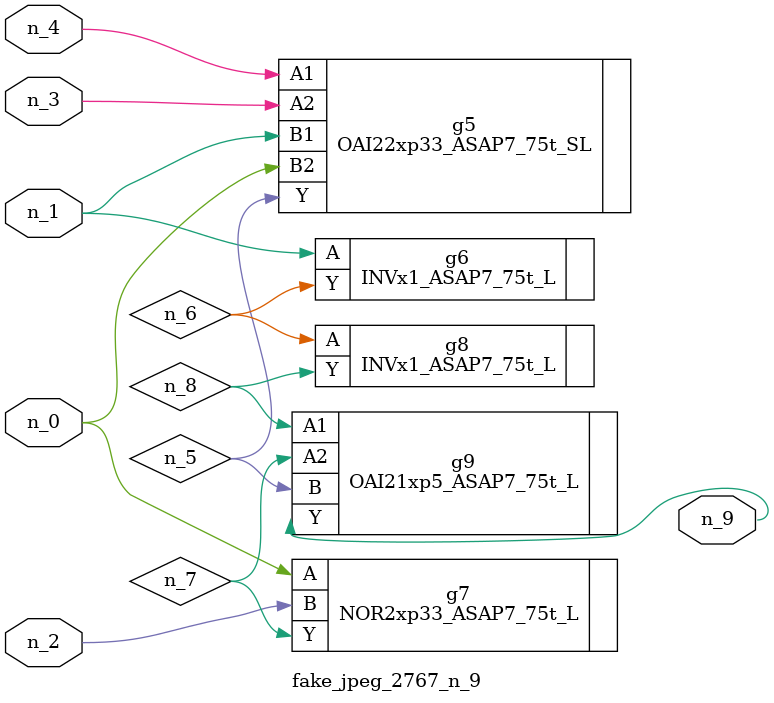
<source format=v>
module fake_jpeg_2767_n_9 (n_3, n_2, n_1, n_0, n_4, n_9);

input n_3;
input n_2;
input n_1;
input n_0;
input n_4;

output n_9;

wire n_8;
wire n_6;
wire n_5;
wire n_7;

OAI22xp33_ASAP7_75t_SL g5 ( 
.A1(n_4),
.A2(n_3),
.B1(n_1),
.B2(n_0),
.Y(n_5)
);

INVx1_ASAP7_75t_L g6 ( 
.A(n_1),
.Y(n_6)
);

NOR2xp33_ASAP7_75t_L g7 ( 
.A(n_0),
.B(n_2),
.Y(n_7)
);

INVx1_ASAP7_75t_L g8 ( 
.A(n_6),
.Y(n_8)
);

OAI21xp5_ASAP7_75t_L g9 ( 
.A1(n_8),
.A2(n_7),
.B(n_5),
.Y(n_9)
);


endmodule
</source>
